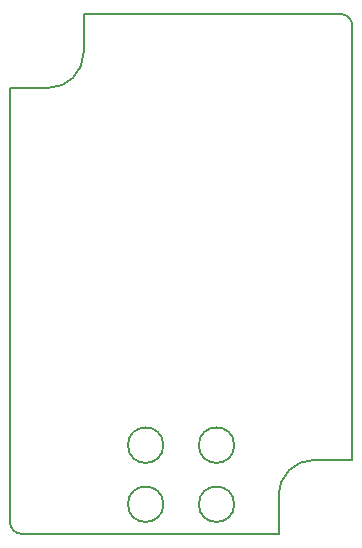
<source format=gbr>
G04 #@! TF.GenerationSoftware,KiCad,Pcbnew,(5.0.1)-3*
G04 #@! TF.CreationDate,2018-11-08T00:44:50+01:00*
G04 #@! TF.ProjectId,USB_switch,5553425F7377697463682E6B69636164,rev?*
G04 #@! TF.SameCoordinates,Original*
G04 #@! TF.FileFunction,Profile,NP*
%FSLAX46Y46*%
G04 Gerber Fmt 4.6, Leading zero omitted, Abs format (unit mm)*
G04 Created by KiCad (PCBNEW (5.0.1)-3) date 08-Nov-18 00:44:50*
%MOMM*%
%LPD*%
G01*
G04 APERTURE LIST*
%ADD10C,0.150000*%
%ADD11C,0.200000*%
G04 APERTURE END LIST*
D10*
X104500000Y-114500000D02*
G75*
G03X104500000Y-114500000I-1500000J0D01*
G01*
X98500000Y-114500000D02*
G75*
G03X98500000Y-114500000I-1500000J0D01*
G01*
X104500000Y-119500000D02*
G75*
G03X104500000Y-119500000I-1500000J0D01*
G01*
X98500000Y-119500000D02*
G75*
G03X98500000Y-119500000I-1500000J0D01*
G01*
D11*
X113500000Y-78000000D02*
G75*
G02X114500000Y-79000000I0J-1000000D01*
G01*
X108250000Y-118750000D02*
G75*
G02X111250000Y-115750000I3000000J0D01*
G01*
X91750000Y-78000000D02*
X113500000Y-78000000D01*
X85500000Y-121000000D02*
X85500000Y-84250000D01*
X91750000Y-81250000D02*
G75*
G02X88750000Y-84250000I-3000000J0D01*
G01*
X86500000Y-122000000D02*
G75*
G02X85500000Y-121000000I0J1000000D01*
G01*
X91750000Y-81250000D02*
X91750000Y-78000000D01*
X108250000Y-122000000D02*
X86500000Y-122000000D01*
X108250000Y-118750000D02*
X108250000Y-122000000D01*
X114500000Y-79000000D02*
X114500000Y-115750000D01*
X85500000Y-84250000D02*
X88750000Y-84250000D01*
X114500000Y-115750000D02*
X111250000Y-115750000D01*
M02*

</source>
